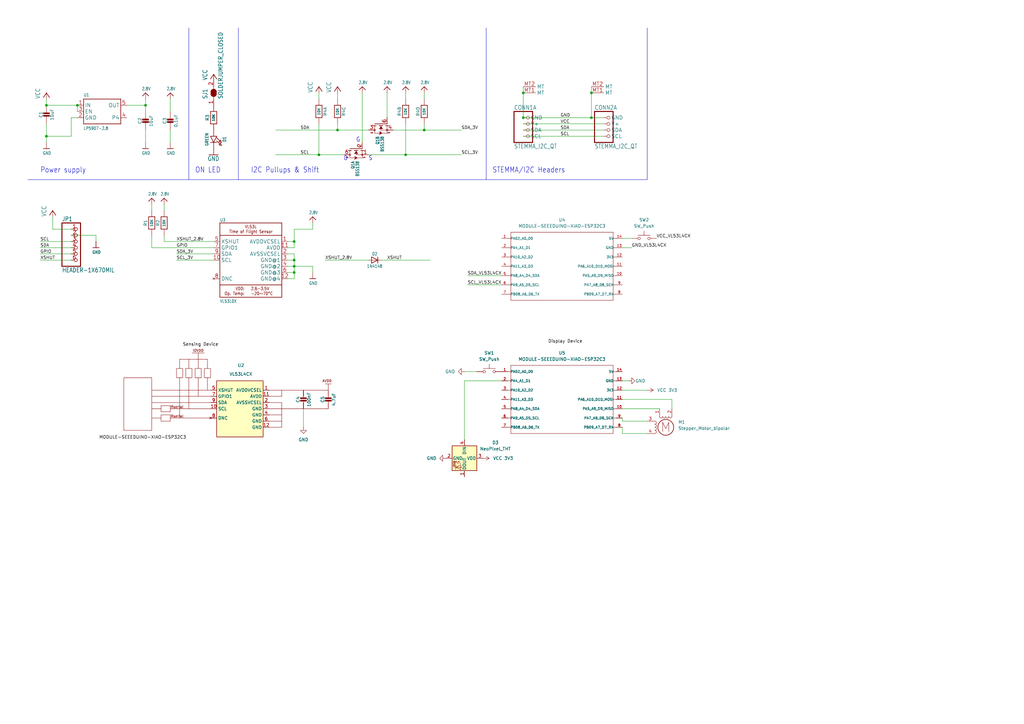
<source format=kicad_sch>
(kicad_sch (version 20250114) (generator "eeschema") (generator_version "9.0")
  (paper "A3")
  (title_block (title "Final Project Schematics") (date "2026-01-26") (comment 1 "Sensing Device") (comment 2 "Display Device") (comment 3 "Veronika Sermeno Pon") (comment 4 "TECHIN 514"))
  (lib_symbols
    (symbol "514_symbols:VL53L4CX"
      (property "Reference" "U" (at -6.35 13.97 0))
      (property "Value" "VL53L4CX" (at 12.065 13.97 0))
      (symbol "VL53L4CX_1_1"
        (text "Rserial" (at -23.876 2.032 0) (effects (font (size 1 1))))
        (text "Rserial" (at -23.876 -1.778 0) (effects (font (size 1 1))))
        (text "IOVDD" (at -15.24 25.146 0) (effects (font (size 1 1))))
        (text "AVDD" (at 37.592 12.7 0) (effects (font (size 1 1))))
        (pin input line (at -10.16 8.89 0) (length 2.54) (name "XSHUT") (number "5"))
        (pin open_collector line (at -10.16 6.35 0) (length 2.54) (name "GPIO1") (number "7"))
        (pin bidirectional line (at -10.16 3.81 0) (length 2.54) (name "SDA") (number "9"))
        (pin input line (at -10.16 1.27 0) (length 2.54) (name "SCL") (number "10"))
        (pin no_connect line (at -10.16 -2.54 0) (length 2.54) (name "DNC") (number "8"))
        (pin power_in line (at 13.97 8.89 180) (length 2.54) (name "AVDDVCSEL") (number "1"))
        (pin power_in line (at 13.97 6.35 180) (length 2.54) (name "AVDD") (number "11"))
        (pin power_in line (at 13.97 3.81 180) (length 2.54) (name "AVSSVCSEL") (number "2"))
        (pin power_in line (at 13.97 1.27 180) (length 2.54) (name "GND") (number "3"))
        (pin passive line (at 13.97 -1.27 180) (length 2.54) (name "GND") (number "4"))
        (pin passive line (at 13.97 -3.81 180) (length 2.54) (name "GND") (number "6"))
        (pin passive line (at 13.97 -6.35 180) (length 2.54) (name "GND") (number "12"))
      )
    )
    (symbol "Adafruit VL53L4CX-eagle-import:2.8V" (power)
      (symbol "2.8V_1_0"
        (pin power_in line (at 0 -2.54 90) (length 2.54) (name "2.8V") (number "1"))
      )
    )
    (symbol "Adafruit VL53L4CX-eagle-import:CAP_CERAMIC0603_NO"
      (property "Reference" "C" (at -2.29 1.25 90))
      (symbol "CAP_CERAMIC0603_NO_1_0"
        (pin passive line (at 0 5.08 270) (length 2.54) (name "1") (number "1"))
        (pin passive line (at 0 -2.54 90) (length 2.54) (name "2") (number "2"))
      )
    )
    (symbol "Adafruit VL53L4CX-eagle-import:CAP_CERAMIC0805-NOOUTLINE"
      (property "Reference" "C" (at -2.29 1.25 90))
      (symbol "CAP_CERAMIC0805-NOOUTLINE_1_0"
        (pin passive line (at 0 5.08 270) (length 2.54) (name "1") (number "1"))
        (pin passive line (at 0 -2.54 90) (length 2.54) (name "2") (number "2"))
      )
    )
    (symbol "Adafruit VL53L4CX-eagle-import:DIODESOD-323"
      (property "Reference" "D" (at 0 2.54 0))
      (symbol "DIODESOD-323_1_0"
        (pin passive line (at -2.54 0 0) (length 2.54) (name "A") (number "A"))
        (pin passive line (at 2.54 0 180) (length 2.54) (name "C") (number "C"))
      )
    )
    (symbol "Adafruit VL53L4CX-eagle-import:GND" (power)
      (symbol "GND_1_0"
        (pin power_in line (at 0 2.54 270) (length 2.54) (name "GND") (number "1"))
      )
    )
    (symbol "Adafruit VL53L4CX-eagle-import:HEADER-1X670MIL"
      (property "Reference" "JP" (at -6.35 10.795 0))
      (symbol "HEADER-1X670MIL_1_0"
        (pin passive inverted (at -2.54 7.62 0) (length 2.54) (name "1") (number "1"))
        (pin passive inverted (at -2.54 5.08 0) (length 2.54) (name "2") (number "2"))
        (pin passive inverted (at -2.54 2.54 0) (length 2.54) (name "3") (number "3"))
        (pin passive inverted (at -2.54 0 0) (length 2.54) (name "4") (number "4"))
        (pin passive inverted (at -2.54 -2.54 0) (length 2.54) (name "5") (number "5"))
        (pin passive inverted (at -2.54 -5.08 0) (length 2.54) (name "6") (number "6"))
      )
    )
    (symbol "Adafruit VL53L4CX-eagle-import:LED0603_NOOUTLINE"
      (property "Reference" "D" (at -1.27 4.445 0))
      (symbol "LED0603_NOOUTLINE_1_0"
        (pin passive line (at -5.08 0 0) (length 2.54) (name "A") (number "A"))
        (pin passive line (at 2.54 0 180) (length 2.54) (name "C") (number "C"))
      )
    )
    (symbol "Adafruit VL53L4CX-eagle-import:MOSFET-N_DUAL"
      (property "Reference" "Q" (at 5.08 0.635 0))
      (symbol "MOSFET-N_DUAL_1_0"
        (text "G" (at -1.27 -1.905 0) (effects (font (size 0.8128 0.6908)) (justify left bottom)))
        (text "D" (at 3.175 3.175 0) (effects (font (size 0.8128 0.6908)) (justify left bottom)))
        (text "S" (at 3.175 -3.81 0) (effects (font (size 0.8128 0.6908)) (justify left bottom)))
        (pin bidirectional line (at -2.54 -2.54 0) (length 2.54) (name "G") (number "2"))
        (pin bidirectional line (at 2.54 5.08 270) (length 2.54) (name "D") (number "6"))
        (pin bidirectional line (at 2.54 -5.08 90) (length 2.54) (name "S") (number "1"))
      )
      (symbol "MOSFET-N_DUAL_2_0"
        (text "G" (at -1.27 -1.905 0) (effects (font (size 0.8128 0.6908)) (justify left bottom)))
        (text "D" (at 3.175 3.175 0) (effects (font (size 0.8128 0.6908)) (justify left bottom)))
        (text "S" (at 3.175 -3.81 0) (effects (font (size 0.8128 0.6908)) (justify left bottom)))
        (pin bidirectional line (at -2.54 -2.54 0) (length 2.54) (name "G") (number "5"))
        (pin bidirectional line (at 2.54 5.08 270) (length 2.54) (name "D") (number "3"))
        (pin bidirectional line (at 2.54 -5.08 90) (length 2.54) (name "S") (number "4"))
      )
    )
    (symbol "Adafruit VL53L4CX-eagle-import:RESISTOR_0603_NOOUT"
      (property "Reference" "R" (at 0 2.54 0))
      (symbol "RESISTOR_0603_NOOUT_1_0"
        (pin passive line (at -5.08 0 0) (length 2.54) (name "1") (number "1"))
        (pin passive line (at 5.08 0 180) (length 2.54) (name "2") (number "2"))
      )
    )
    (symbol "Adafruit VL53L4CX-eagle-import:RESISTOR_4PACK"
      (property "Reference" "R" (at 0 2.54 0))
      (symbol "RESISTOR_4PACK_1_0"
        (pin passive line (at -5.08 0 0) (length 2.54) (name "1") (number "1"))
        (pin passive line (at 5.08 0 180) (length 2.54) (name "2") (number "8"))
      )
      (symbol "RESISTOR_4PACK_2_0"
        (pin passive line (at -5.08 0 0) (length 2.54) (name "1") (number "2"))
        (pin passive line (at 5.08 0 180) (length 2.54) (name "2") (number "7"))
      )
      (symbol "RESISTOR_4PACK_3_0"
        (pin passive line (at -5.08 0 0) (length 2.54) (name "1") (number "3"))
        (pin passive line (at 5.08 0 180) (length 2.54) (name "2") (number "6"))
      )
      (symbol "RESISTOR_4PACK_4_0"
        (pin passive line (at -5.08 0 0) (length 2.54) (name "1") (number "4"))
        (pin passive line (at 5.08 0 180) (length 2.54) (name "2") (number "5"))
      )
    )
    (symbol "Adafruit VL53L4CX-eagle-import:SOLDERJUMPER_CLOSED"
      (property "Reference" "SJ" (at -2.54 2.54 0))
      (symbol "SOLDERJUMPER_CLOSED_1_0"
        (pin passive line (at -5.08 0 0) (length 2.54) (name "1") (number "1"))
        (pin passive line (at 5.08 0 180) (length 2.54) (name "2") (number "2"))
      )
    )
    (symbol "Adafruit VL53L4CX-eagle-import:STEMMA_I2C_QT"
      (symbol "STEMMA_I2C_QT_1_0"
        (pin passive inverted (at 0 5.08 0) (length 2.54) (name "GND") (number "1"))
        (pin passive inverted (at 0 2.54 0) (length 2.54) (name "V+") (number "2"))
        (pin passive inverted (at 0 0 0) (length 2.54) (name "SDA") (number "3"))
        (pin passive inverted (at 0 -2.54 0) (length 2.54) (name "SCL") (number "4"))
      )
      (symbol "STEMMA_I2C_QT_2_0"
        (pin bidirectional line (at 0 0 0) (length 5.08) (name "MT") (number "MT1"))
      )
      (symbol "STEMMA_I2C_QT_3_0"
        (pin bidirectional line (at 0 0 0) (length 5.08) (name "MT") (number "MT2"))
      )
    )
    (symbol "Adafruit VL53L4CX-eagle-import:VCC" (power)
      (symbol "VCC_1_0"
        (pin power_in line (at 0 -2.54 90) (length 2.54) (name "VCC") (number "1"))
      )
    )
    (symbol "Adafruit VL53L4CX-eagle-import:VL53L0X"
      (property "Reference" "U" (at -12.7 15.7226 0))
      (symbol "VL53L0X_1_0"
        (text "VDD:\nOp. Temp:" (at -2.54 -12.7 0) (effects (font (size 1.27 1.0795)) (justify right)))
        (text "VL53L\nTime of Flight Sensor" (at 0 12.7 0) (effects (font (size 1.27 1.0795))))
        (text "2.6-3.5V\n-20~~70°C" (at 0 -12.7 0) (effects (font (size 1.27 1.0795)) (justify left)))
        (pin input line (at -15.24 7.62 0) (length 2.54) (name "XSHUT") (number "5"))
        (pin output line (at -15.24 5.08 0) (length 2.54) (name "GPIO1") (number "7"))
        (pin open_collector line (at -15.24 2.54 0) (length 2.54) (name "SDA") (number "9"))
        (pin open_collector line (at -15.24 0 0) (length 2.54) (name "SCL") (number "10"))
        (pin no_connect line (at -15.24 -7.62 0) (length 2.54) (name "DNC") (number "8"))
        (pin power_in line (at 15.24 7.62 180) (length 2.54) (name "AVDDVCSEL") (number "1"))
        (pin power_in line (at 15.24 5.08 180) (length 2.54) (name "AVDD") (number "11"))
        (pin power_in line (at 15.24 2.54 180) (length 2.54) (name "AVSSVCSEL") (number "2"))
        (pin power_in line (at 15.24 0 180) (length 2.54) (name "GND@1") (number "3"))
        (pin power_in line (at 15.24 -2.54 180) (length 2.54) (name "GND@2") (number "4"))
        (pin power_in line (at 15.24 -5.08 180) (length 2.54) (name "GND@3") (number "6"))
        (pin power_in line (at 15.24 -7.62 180) (length 2.54) (name "GND@4") (number "12"))
      )
    )
    (symbol "Adafruit VL53L4CX-eagle-import:VREG_SOT23-5"
      (property "Reference" "U" (at -7.62 6.096 0))
      (symbol "VREG_SOT23-5_1_0"
        (pin power_in line (at -10.16 2.54 0) (length 2.54) (name "IN") (number "1"))
        (pin input line (at -10.16 0 0) (length 2.54) (name "EN") (number "3"))
        (pin power_in line (at -10.16 -2.54 0) (length 2.54) (name "GND") (number "2"))
        (pin power_in line (at 10.16 2.54 180) (length 2.54) (name "OUT") (number "5"))
        (pin bidirectional line (at 10.16 -2.54 180) (length 2.54) (name "P4") (number "4"))
      )
    )
    (symbol "Adafruit VL53L4CX-eagle-import:supply1_371_GND" (power)
      (symbol "supply1_371_GND_1_0"
        (pin power_in line (at 0 2.54 270) (length 2.54) (name "GND") (number "1"))
      )
    )
    (symbol "LED:NeoPixel_THT" (pin_names (offset 0.254))
      (property "Reference" "D" (at 5.08 5.715 0))
      (property "Value" "NeoPixel_THT" (at 1.27 -5.715 0))
      (symbol "NeoPixel_THT_0_0"
        (text "RGB" (at 2.286 -4.191 0) (effects (font (size 0.762 0.762))))
      )
      (symbol "NeoPixel_THT_1_1"
        (pin input line (at -7.62 0 0) (length 2.54) (name "DIN") (number "4"))
        (pin power_in line (at 0 7.62 270) (length 2.54) (name "VDD") (number "3"))
        (pin power_in line (at 0 -7.62 90) (length 2.54) (name "GND") (number "2"))
        (pin output line (at 7.62 0 180) (length 2.54) (name "DOUT") (number "1"))
      )
    )
    (symbol "MOUDLE-SEEEDUINO-XIAO-ESP32C3:MOUDLE-SEEEDUINO-XIAO-ESP32C3" (pin_names (offset 1.016))
      (property "Reference" "U" (at -21.59 15.24 0))
      (property "Value" "MOUDLE-SEEEDUINO-XIAO-ESP32C3" (at -21.59 13.97 0))
      (symbol "MOUDLE-SEEEDUINO-XIAO-ESP32C3_0_0"
        (pin bidirectional line (at -25.4 11.43 0) (length 2.54) (name "PA02_A0_D0") (number "1"))
        (pin bidirectional line (at -25.4 7.62 0) (length 2.54) (name "PA4_A1_D1") (number "2"))
        (pin bidirectional line (at -25.4 3.81 0) (length 2.54) (name "PA10_A2_D2") (number "3"))
        (pin bidirectional line (at -25.4 0 0) (length 2.54) (name "PA11_A3_D3") (number "4"))
        (pin bidirectional line (at -25.4 -3.81 0) (length 2.54) (name "PA8_A4_D4_SDA") (number "5"))
        (pin bidirectional line (at -25.4 -7.62 0) (length 2.54) (name "PA9_A5_D5_SCL") (number "6"))
        (pin bidirectional line (at -25.4 -11.43 0) (length 2.54) (name "PB08_A6_D6_TX") (number "7"))
        (pin bidirectional line (at 24.13 11.43 180) (length 2.54) (name "5V") (number "14"))
        (pin bidirectional line (at 24.13 7.62 180) (length 2.54) (name "GND") (number "13"))
        (pin bidirectional line (at 24.13 3.81 180) (length 2.54) (name "3V3") (number "12"))
        (pin bidirectional line (at 24.13 0 180) (length 2.54) (name "PA6_A10_D10_MOSI") (number "11"))
        (pin bidirectional line (at 24.13 -3.81 180) (length 2.54) (name "PA5_A9_D9_MISO") (number "10"))
        (pin bidirectional line (at 24.13 -7.62 180) (length 2.54) (name "PA7_A8_D8_SCK") (number "9"))
        (pin bidirectional line (at 24.13 -11.43 180) (length 2.54) (name "PB09_A7_D7_RX") (number "8"))
      )
    )
    (symbol "Motor:Stepper_Motor_bipolar" (pin_names (offset 0) (hide yes))
      (property "Reference" "M" (at 3.81 2.54 0))
      (property "Value" "Stepper_Motor_bipolar" (at 3.81 1.27 0))
      (symbol "Stepper_Motor_bipolar_1_1"
        (pin passive line (at -7.62 2.54 0) (length 2.54) (name "~") (number "3"))
        (pin passive line (at -7.62 -2.54 0) (length 2.54) (name "~") (number "4"))
        (pin passive line (at -2.54 7.62 270) (length 2.54) (name "~") (number "1"))
        (pin passive line (at 2.54 7.62 270) (length 2.54) (name "-") (number "2"))
      )
    )
    (symbol "Switch:SW_Push" (pin_numbers (hide yes)) (pin_names (offset 1.016) (hide yes))
      (property "Reference" "SW" (at 1.27 2.54 0))
      (property "Value" "SW_Push" (at 0 -1.524 0))
      (symbol "SW_Push_0_1"
        (pin passive line (at -5.08 0 0) (length 2.54) (name "1") (number "1"))
        (pin passive line (at 5.08 0 180) (length 2.54) (name "2") (number "2"))
      )
    )
    (symbol "power:GND" (power) (pin_numbers (hide yes)) (pin_names (offset 0) (hide yes))
      (property "Value" "GND" (at 0 -3.81 0))
      (symbol "GND_1_1"
        (pin power_in line (at 0 0 270) (length 0) (name "~") (number "1"))
      )
    )
    (symbol "power:LINE" (power) (pin_numbers (hide yes)) (pin_names (offset 0) (hide yes))
      (property "Value" "LINE" (at 0 3.556 0))
      (symbol "LINE_1_1"
        (pin power_in line (at 0 0 90) (length 0) (name "~") (number "1"))
      )
    )
  )
  (text "S" (at 151.13 66.04 0) (effects (font (size 1.778 1.5113)) (justify left bottom)))
  (text "STEMMA/I2C Headers" (at 201.93 71.12 0) (effects (font (size 2.1844 1.8567)) (justify left bottom)))
  (text "G" (at 146.05 58.42 0) (effects (font (size 1.778 1.5113)) (justify left bottom)))
  (text "ON LED" (at 80.01 71.12 0) (effects (font (size 2.1844 1.8567)) (justify left bottom)))
  (text "I2C Pullups & Shift" (at 102.87 71.12 0) (effects (font (size 2.1844 1.8567)) (justify left bottom)))
  (text "Power supply" (at 16.51 71.12 0) (effects (font (size 2.1844 1.8567)) (justify left bottom)))
  (text "D" (at 140.97 66.04 0) (effects (font (size 1.778 1.5113)) (justify left bottom)))
  (junction (at 31.75 43.18))
  (junction (at 19.05 43.18))
  (junction (at 242.57 48.26))
  (junction (at 120.65 99.06))
  (junction (at 59.69 43.18))
  (junction (at 120.65 111.76))
  (junction (at 130.81 63.5))
  (junction (at 120.65 109.22))
  (junction (at 19.05 55.88))
  (junction (at 138.43 53.34))
  (junction (at 214.63 48.26))
  (junction (at 166.37 63.5))
  (junction (at 242.57 38.1))
  (junction (at 120.65 106.68))
  (junction (at 214.63 38.1))
  (junction (at 173.99 53.34))
  (wire (pts (xy 120.65 104.14) (xy 120.65 106.68)) (stroke (width 0.1524)))
  (wire (pts (xy 255.27 101.6) (xy 259.08 101.6)))
  (wire (pts (xy 191.77 116.84) (xy 205.74 116.84)))
  (wire (pts (xy 130.81 63.5) (xy 113.03 63.5)) (stroke (width 0.1524)))
  (wire (pts (xy 255.27 167.64) (xy 270.51 167.64)))
  (wire (pts (xy 190.5 180.34) (xy 190.5 156.21)))
  (polyline (pts (xy 265.43 11.43) (xy 265.43 73.66)) (stroke (width 0.1524) (type solid)))
  (wire (pts (xy 128.27 93.98) (xy 128.27 91.44)) (stroke (width 0.1524)))
  (wire (pts (xy 118.11 114.3) (xy 120.65 114.3)) (stroke (width 0.1524)))
  (wire (pts (xy 173.99 50.8) (xy 173.99 53.34)) (stroke (width 0.1524)))
  (wire (pts (xy 31.75 43.18) (xy 19.05 43.18)) (stroke (width 0.1524)))
  (wire (pts (xy 120.65 114.3) (xy 120.65 111.76)) (stroke (width 0.1524)))
  (wire (pts (xy 176.53 106.68) (xy 156.21 106.68)) (stroke (width 0.1524)))
  (wire (pts (xy 124.46 167.64) (xy 124.46 175.26)))
  (wire (pts (xy 173.99 53.34) (xy 189.23 53.34)) (stroke (width 0.1524)))
  (wire (pts (xy 255.27 172.72) (xy 255.27 171.45)))
  (wire (pts (xy 255.27 156.21) (xy 257.81 156.21)))
  (wire (pts (xy 247.65 48.26) (xy 242.57 48.26)) (stroke (width 0.1524)))
  (wire (pts (xy 265.43 172.72) (xy 255.27 172.72)))
  (wire (pts (xy 87.63 104.14) (xy 72.39 104.14)) (stroke (width 0.1524)))
  (wire (pts (xy 151.13 63.5) (xy 166.37 63.5)) (stroke (width 0.1524)))
  (wire (pts (xy 140.97 63.5) (xy 130.81 63.5)) (stroke (width 0.1524)))
  (wire (pts (xy 118.11 104.14) (xy 120.65 104.14)) (stroke (width 0.1524)))
  (wire (pts (xy 19.05 55.88) (xy 19.05 50.8)) (stroke (width 0.1524)))
  (wire (pts (xy 62.23 101.6) (xy 62.23 96.52)) (stroke (width 0.1524)))
  (wire (pts (xy 52.07 43.18) (xy 59.69 43.18)) (stroke (width 0.1524)))
  (wire (pts (xy 29.21 104.14) (xy 16.51 104.14)) (stroke (width 0.1524)))
  (wire (pts (xy 265.43 177.8) (xy 255.27 177.8)))
  (wire (pts (xy 120.65 109.22) (xy 128.27 109.22)) (stroke (width 0.1524)))
  (wire (pts (xy 190.5 152.4) (xy 195.58 152.4)))
  (wire (pts (xy 138.43 53.34) (xy 113.03 53.34)) (stroke (width 0.1524)))
  (wire (pts (xy 214.63 35.56) (xy 214.63 38.1)) (stroke (width 0.1524)))
  (wire (pts (xy 138.43 50.8) (xy 138.43 53.34)) (stroke (width 0.1524)))
  (wire (pts (xy 87.63 106.68) (xy 72.39 106.68)) (stroke (width 0.1524)))
  (wire (pts (xy 166.37 50.8) (xy 166.37 63.5)) (stroke (width 0.1524)))
  (wire (pts (xy 214.63 55.88) (xy 247.65 55.88)) (stroke (width 0.1524)))
  (wire (pts (xy 242.57 48.26) (xy 214.63 48.26)) (stroke (width 0.1524)))
  (polyline (pts (xy 77.47 11.43) (xy 77.47 73.66)) (stroke (width 0.1524) (type solid)))
  (wire (pts (xy 29.21 96.52) (xy 39.37 96.52)) (stroke (width 0.1524)))
  (wire (pts (xy 31.75 48.26) (xy 29.21 48.26)) (stroke (width 0.1524)))
  (wire (pts (xy 247.65 53.34) (xy 214.63 53.34)) (stroke (width 0.1524)))
  (wire (pts (xy 151.13 53.34) (xy 138.43 53.34)) (stroke (width 0.1524)))
  (wire (pts (xy 151.13 106.68) (xy 133.35 106.68)) (stroke (width 0.1524)))
  (wire (pts (xy 120.65 93.98) (xy 128.27 93.98)) (stroke (width 0.1524)))
  (wire (pts (xy 69.85 53.34) (xy 69.85 58.42)) (stroke (width 0.1524)))
  (wire (pts (xy 29.21 106.68) (xy 16.51 106.68)) (stroke (width 0.1524)))
  (wire (pts (xy 29.21 55.88) (xy 19.05 55.88)) (stroke (width 0.1524)))
  (wire (pts (xy 118.11 99.06) (xy 120.65 99.06)) (stroke (width 0.1524)))
  (wire (pts (xy 69.85 40.64) (xy 69.85 45.72)) (stroke (width 0.1524)))
  (wire (pts (xy 19.05 55.88) (xy 19.05 58.42)) (stroke (width 0.1524)))
  (wire (pts (xy 190.5 156.21) (xy 205.74 156.21)))
  (wire (pts (xy 29.21 93.98) (xy 21.59 93.98)) (stroke (width 0.1524)))
  (wire (pts (xy 166.37 40.64) (xy 166.37 38.1)) (stroke (width 0.1524)))
  (wire (pts (xy 39.37 96.52) (xy 39.37 99.06)) (stroke (width 0.1524)))
  (wire (pts (xy 87.63 101.6) (xy 62.23 101.6)) (stroke (width 0.1524)))
  (wire (pts (xy 173.99 40.64) (xy 173.99 38.1)) (stroke (width 0.1524)))
  (wire (pts (xy 148.59 58.42) (xy 148.59 38.1)) (stroke (width 0.1524)))
  (wire (pts (xy 67.31 86.36) (xy 67.31 83.82)) (stroke (width 0.1524)))
  (wire (pts (xy 67.31 99.06) (xy 67.31 96.52)) (stroke (width 0.1524)))
  (wire (pts (xy 59.69 53.34) (xy 59.69 58.42)) (stroke (width 0.1524)))
  (wire (pts (xy 255.27 177.8) (xy 255.27 175.26)))
  (wire (pts (xy 59.69 43.18) (xy 59.69 40.64)) (stroke (width 0.1524)))
  (wire (pts (xy 130.81 38.1) (xy 130.81 40.64)) (stroke (width 0.1524)))
  (polyline (pts (xy 97.79 73.66) (xy 199.39 73.66)) (stroke (width 0.1524) (type solid)))
  (wire (pts (xy 242.57 38.1) (xy 242.57 48.26)) (stroke (width 0.1524)))
  (wire (pts (xy 59.69 43.18) (xy 59.69 45.72)) (stroke (width 0.1524)))
  (wire (pts (xy 120.65 111.76) (xy 120.65 109.22)) (stroke (width 0.1524)))
  (wire (pts (xy 158.75 48.26) (xy 158.75 38.1)) (stroke (width 0.1524)))
  (wire (pts (xy 275.59 163.83) (xy 255.27 163.83)))
  (wire (pts (xy 214.63 38.1) (xy 214.63 48.26)) (stroke (width 0.1524)))
  (polyline (pts (xy 199.39 73.66) (xy 265.43 73.66)) (stroke (width 0.1524) (type solid)))
  (wire (pts (xy 166.37 63.5) (xy 189.23 63.5)) (stroke (width 0.1524)))
  (wire (pts (xy 161.29 53.34) (xy 173.99 53.34)) (stroke (width 0.1524)))
  (polyline (pts (xy 11.43 73.66) (xy 77.47 73.66)) (stroke (width 0.1524) (type solid)))
  (wire (pts (xy 255.27 97.79) (xy 259.08 97.79)))
  (polyline (pts (xy 97.79 11.43) (xy 97.79 73.66)) (stroke (width 0.1524) (type solid)))
  (wire (pts (xy 214.63 50.8) (xy 247.65 50.8)) (stroke (width 0.1524)))
  (wire (pts (xy 118.11 106.68) (xy 120.65 106.68)) (stroke (width 0.1524)))
  (wire (pts (xy 21.59 93.98) (xy 21.59 88.9)) (stroke (width 0.1524)))
  (wire (pts (xy 138.43 40.64) (xy 138.43 38.1)) (stroke (width 0.1524)))
  (wire (pts (xy 242.57 35.56) (xy 242.57 38.1)) (stroke (width 0.1524)))
  (wire (pts (xy 62.23 86.36) (xy 62.23 83.82)) (stroke (width 0.1524)))
  (wire (pts (xy 19.05 40.64) (xy 19.05 43.18)) (stroke (width 0.1524)))
  (polyline (pts (xy 77.47 73.66) (xy 97.79 73.66)) (stroke (width 0.1524) (type solid)))
  (wire (pts (xy 118.11 111.76) (xy 120.65 111.76)) (stroke (width 0.1524)))
  (wire (pts (xy 118.11 109.22) (xy 120.65 109.22)) (stroke (width 0.1524)))
  (wire (pts (xy 191.77 113.03) (xy 205.74 113.03)))
  (wire (pts (xy 31.75 45.72) (xy 31.75 43.18)) (stroke (width 0.1524)))
  (wire (pts (xy 118.11 101.6) (xy 120.65 101.6)) (stroke (width 0.1524)))
  (polyline (pts (xy 199.39 11.43) (xy 199.39 73.66)) (stroke (width 0.1524) (type solid)))
  (wire (pts (xy 29.21 101.6) (xy 16.51 101.6)) (stroke (width 0.1524)))
  (wire (pts (xy 120.65 101.6) (xy 120.65 99.06)) (stroke (width 0.1524)))
  (wire (pts (xy 87.63 99.06) (xy 67.31 99.06)) (stroke (width 0.1524)))
  (wire (pts (xy 130.81 50.8) (xy 130.81 63.5)) (stroke (width 0.1524)))
  (wire (pts (xy 275.59 167.64) (xy 275.59 163.83)))
  (wire (pts (xy 29.21 48.26) (xy 29.21 55.88)) (stroke (width 0.1524)))
  (wire (pts (xy 128.27 109.22) (xy 128.27 111.76)) (stroke (width 0.1524)))
  (wire (pts (xy 120.65 106.68) (xy 120.65 109.22)) (stroke (width 0.1524)))
  (wire (pts (xy 120.65 99.06) (xy 120.65 93.98)) (stroke (width 0.1524)))
  (wire (pts (xy 29.21 99.06) (xy 16.51 99.06)) (stroke (width 0.1524)))
  (wire (pts (xy 255.27 160.02) (xy 265.43 160.02)))
  (label "GPIO" (at 16.51 104.14 0) (effects (font (size 1.2446 1.2446))))
  (label "XSHUT" (at 16.51 106.68 0) (effects (font (size 1.2446 1.2446))))
  (label "XSHUT_2.8V" (at 72.39 99.06 0) (effects (font (size 1.2446 1.2446))))
  (label "SDA" (at 123.19 53.34 0) (effects (font (size 1.2446 1.2446))))
  (label "SDA_3V" (at 72.39 104.14 0) (effects (font (size 1.2446 1.2446))))
  (label "SDA_3V" (at 189.23 53.34 0) (effects (font (size 1.2446 1.2446))))
  (label "SCL" (at 16.51 99.06 0) (effects (font (size 1.2446 1.2446))))
  (label "SDA" (at 16.51 101.6 0) (effects (font (size 1.2446 1.2446))))
  (label "GND" (at 229.87 48.26 0) (effects (font (size 1.2446 1.2446))))
  (label "VCC_VL53L4CX" (at 269.24 97.79 0))
  (label "XSHUT_2.8V" (at 133.35 106.68 0) (effects (font (size 1.2446 1.2446))))
  (label "SCL_3V" (at 72.39 106.68 0) (effects (font (size 1.2446 1.2446))))
  (label "SCL" (at 229.87 55.88 0) (effects (font (size 1.2446 1.2446))))
  (label "SCL" (at 123.19 63.5 0) (effects (font (size 1.2446 1.2446))))
  (label "SDA_VL53L4CX" (at 191.77 113.03 0))
  (label "GND_VL53L4CX" (at 259.08 101.6 0))
  (label "MODULE-SEEEDUINO-XIAO-ESP32C3" (at 40.64 180.34 0))
  (label "SDA" (at 229.87 53.34 0) (effects (font (size 1.2446 1.2446))))
  (label "GPIO" (at 72.39 101.6 0) (effects (font (size 1.2446 1.2446))))
  (label "SCL_3V" (at 189.23 63.5 0) (effects (font (size 1.2446 1.2446))))
  (label "SCL_VL53L4CX" (at 191.77 116.84 0))
  (label "Display Device" (at 224.79 140.97 0))
  (label "Sensing Device" (at 74.93 142.24 0))
  (label "VCC" (at 229.87 50.8 0) (effects (font (size 1.2446 1.2446))))
  (label "XSHUT" (at 158.75 106.68 0) (effects (font (size 1.2446 1.2446))))
  (symbol (lib_id "Adafruit VL53L4CX-eagle-import:2.8V") (at 59.69 38.1 0) (unit 1)
    (property "Reference" "#U$03" (effects (hide yes)))
    (property "Value" "2.8V" (at 58.166 37.084 0) (effects (font (size 1.27 1.0795)) (justify left bottom)))
  )
  (symbol (lib_id "Adafruit VL53L4CX-eagle-import:RESISTOR_4PACK") (at 166.37 45.72 90) (mirror x) (unit 2)
    (property "Reference" "R4" (at 163.83 45.72 0))
    (property "Value" "10K" (at 166.37 45.72 0) (effects (font (size 1.016 1.016) (thickness 0.2032) (bold yes))))
    (property "Footprint" "Adafruit VL53L4CX:RESPACK_4X0603" (effects (hide yes)))
  )
  (symbol (lib_id "Adafruit VL53L4CX-eagle-import:STEMMA_I2C_QT") (at 247.65 53.34 0) (unit 1)
    (property "Reference" "CONN2" (at 243.84 45.085 0) (effects (font (size 1.778 1.5113)) (justify left bottom)))
    (property "Value" "STEMMA_I2C_QT" (at 243.84 60.96 0) (effects (font (size 1.778 1.5113)) (justify left bottom)))
    (property "Footprint" "Adafruit VL53L4CX:JST_SH4" (effects (hide yes)))
  )
  (symbol (lib_id "Adafruit VL53L4CX-eagle-import:SOLDERJUMPER_CLOSED") (at 87.63 38.1 90) (unit 1)
    (property "Reference" "SJ1" (at 85.09 40.64 0) (effects (font (size 1.778 1.5113)) (justify left bottom)))
    (property "Value" "SOLDERJUMPER_CLOSED" (at 91.44 40.64 0) (effects (font (size 1.778 1.5113)) (justify left bottom)))
    (property "Footprint" "Adafruit VL53L4CX:SOLDERJUMPER_CLOSEDWIRE" (effects (hide yes)))
  )
  (symbol (lib_id "power:GND") (at 190.5 152.4 270) (unit 1)
    (property "Reference" "#PWR03" (effects (hide yes)))
    (property "Value" "GND" (at 186.69 152.3999 90) (effects (justify right)))
    (property "Description" "Power symbol creates a global label with name \"GND\" , ground" (effects (hide yes)))
  )
  (symbol (lib_id "Adafruit VL53L4CX-eagle-import:CAP_CERAMIC0805-NOOUTLINE") (at 19.05 48.26 0) (unit 1)
    (property "Reference" "C1" (at 16.76 47.01 90))
    (property "Value" "10uF" (at 21.35 47.01 90))
    (property "Footprint" "Adafruit VL53L4CX:0805-NO" (effects (hide yes)))
  )
  (symbol (lib_id "Adafruit VL53L4CX-eagle-import:CAP_CERAMIC0805-NOOUTLINE") (at 59.69 50.8 0) (unit 1)
    (property "Reference" "C2" (at 57.4 49.55 90))
    (property "Value" "10uF" (at 61.99 49.55 90))
    (property "Footprint" "Adafruit VL53L4CX:0805-NO" (effects (hide yes)))
  )
  (symbol (lib_id "Adafruit VL53L4CX-eagle-import:supply1_371_GND") (at 87.63 63.5 0) (unit 1)
    (property "Reference" "#GND01" (effects (hide yes)))
    (property "Value" "GND" (at 85.09 66.04 0) (effects (font (size 1.778 1.5113)) (justify left bottom)))
  )
  (symbol (lib_id "Adafruit VL53L4CX-eagle-import:STEMMA_I2C_QT") (at 214.63 53.34 0) (unit 1)
    (property "Reference" "CONN1" (at 210.82 45.085 0) (effects (font (size 1.778 1.5113)) (justify left bottom)))
    (property "Value" "STEMMA_I2C_QT" (at 210.82 60.96 0) (effects (font (size 1.778 1.5113)) (justify left bottom)))
    (property "Footprint" "Adafruit VL53L4CX:JST_SH4" (effects (hide yes)))
  )
  (symbol (lib_id "Adafruit VL53L4CX-eagle-import:STEMMA_I2C_QT") (at 214.63 35.56 0) (unit 3)
    (property "Reference" "CONN1" (effects (hide yes)))
    (property "Value" "STEMMA_I2C_QT" (effects (hide yes)))
    (property "Footprint" "Adafruit VL53L4CX:JST_SH4" (effects (hide yes)))
  )
  (symbol (lib_id "Adafruit VL53L4CX-eagle-import:VCC") (at 138.43 35.56 0) (unit 1)
    (property "Reference" "#P+05" (effects (hide yes)))
    (property "Value" "VCC" (at 135.89 38.1 90) (effects (font (size 1.778 1.5113)) (justify left bottom)))
  )
  (symbol (lib_id "Adafruit VL53L4CX-eagle-import:2.8V") (at 128.27 88.9 0) (unit 1)
    (property "Reference" "#U$09" (effects (hide yes)))
    (property "Value" "2.8V" (at 126.746 87.884 0) (effects (font (size 1.27 1.0795)) (justify left bottom)))
  )
  (symbol (lib_id "Adafruit VL53L4CX-eagle-import:2.8V") (at 158.75 35.56 0) (unit 1)
    (property "Reference" "#U$012" (effects (hide yes)))
    (property "Value" "2.8V" (at 157.226 34.544 0) (effects (font (size 1.27 1.0795)) (justify left bottom)))
  )
  (symbol (lib_id "Adafruit VL53L4CX-eagle-import:DIODESOD-323") (at 153.67 106.68 0) (unit 1)
    (property "Reference" "D2" (at 153.67 104.14 0) (effects (font (size 1.27 1.0795))))
    (property "Value" "1N4148" (at 153.67 109.18 0) (effects (font (size 1.27 1.0795))))
    (property "Footprint" "Adafruit VL53L4CX:SOD-323" (effects (hide yes)))
  )
  (symbol (lib_id "MOUDLE-SEEEDUINO-XIAO-ESP32C3:MOUDLE-SEEEDUINO-XIAO-ESP32C3") (at 231.14 109.22 0) (unit 1)
    (property "Reference" "U4" (at 230.505 90.17 0))
    (property "Value" "MODULE-SEEEDUINO-XIAO-ESP32C3" (at 230.505 92.71 0))
    (property "Footprint" "MOUDLE14P-SMD-2.54-21X17.8MM" (effects (hide yes)))
  )
  (symbol (lib_id "Adafruit VL53L4CX-eagle-import:2.8V") (at 69.85 38.1 0) (unit 1)
    (property "Reference" "#U$07" (effects (hide yes)))
    (property "Value" "2.8V" (at 68.326 37.084 0) (effects (font (size 1.27 1.0795)) (justify left bottom)))
  )
  (symbol (lib_id "Adafruit VL53L4CX-eagle-import:2.8V") (at 67.31 81.28 0) (unit 1)
    (property "Reference" "#U$06" (effects (hide yes)))
    (property "Value" "2.8V" (at 65.786 80.264 0) (effects (font (size 1.27 1.0795)) (justify left bottom)))
  )
  (symbol (lib_id "Adafruit VL53L4CX-eagle-import:VCC") (at 19.05 38.1 0) (unit 1)
    (property "Reference" "#P+01" (effects (hide yes)))
    (property "Value" "VCC" (at 16.51 40.64 90) (effects (font (size 1.778 1.5113)) (justify left bottom)))
  )
  (symbol (lib_id "Adafruit VL53L4CX-eagle-import:VREG_SOT23-5") (at 41.91 45.72 0) (unit 1)
    (property "Reference" "U1" (at 34.29 39.624 0) (effects (font (size 1.27 1.0795)) (justify left bottom)))
    (property "Value" "LP5907-2.8" (at 34.29 53.34 0) (effects (font (size 1.27 1.0795)) (justify left bottom)))
    (property "Footprint" "Adafruit VL53L4CX:SOT23-5" (effects (hide yes)))
  )
  (symbol (lib_id "power:LINE") (at 198.12 187.96 270) (unit 1)
    (property "Reference" "#PWR04" (effects (hide yes)))
    (property "Value" "VCC 3V3" (at 202.184 187.96 90) (effects (justify left)))
    (property "Description" "Power symbol creates a global label with name \"LINE\"" (effects (hide yes)))
  )
  (symbol (lib_id "Adafruit VL53L4CX-eagle-import:GND") (at 59.69 60.96 0) (unit 1)
    (property "Reference" "#U$04" (effects (hide yes)))
    (property "Value" "GND" (at 58.166 63.5 0) (effects (font (size 1.27 1.0795)) (justify left bottom)))
  )
  (symbol (lib_id "Adafruit VL53L4CX-eagle-import:2.8V") (at 148.59 35.56 0) (unit 1)
    (property "Reference" "#U$011" (effects (hide yes)))
    (property "Value" "2.8V" (at 147.066 34.544 0) (effects (font (size 1.27 1.0795)) (justify left bottom)))
  )
  (symbol (lib_id "Adafruit VL53L4CX-eagle-import:LED0603_NOOUTLINE") (at 87.63 58.42 270) (unit 1)
    (property "Reference" "D1" (at 92.075 57.15 0) (effects (font (size 1.27 1.0795))))
    (property "Value" "GREEN" (at 84.836 57.15 0) (effects (font (size 1.27 1.0795))))
    (property "Footprint" "Adafruit VL53L4CX:CHIPLED_0603_NOOUTLINE" (effects (hide yes)))
  )
  (symbol (lib_id "Switch:SW_Push") (at 200.66 152.4 0) (unit 1)
    (property "Reference" "SW1" (at 200.66 144.78 0))
    (property "Value" "SW_Push" (at 200.66 147.32 0))
    (property "Description" "Push button switch, generic, two pins" (effects (hide yes)))
  )
  (symbol (lib_id "Adafruit VL53L4CX-eagle-import:MOSFET-N_DUAL") (at 146.05 60.96 90) (mirror x) (unit 1)
    (property "Reference" "Q1" (at 145.415 66.04 0) (effects (font (size 1.27 1.0795)) (justify left bottom)))
    (property "Value" "BSS138" (at 147.32 66.04 0) (effects (font (size 1.27 1.0795)) (justify left bottom)))
    (property "Footprint" "Adafruit VL53L4CX:SOT363" (effects (hide yes)))
  )
  (symbol (lib_id "Adafruit VL53L4CX-eagle-import:2.8V") (at 173.99 35.56 0) (unit 1)
    (property "Reference" "#U$014" (effects (hide yes)))
    (property "Value" "2.8V" (at 172.466 34.544 0) (effects (font (size 1.27 1.0795)) (justify left bottom)))
  )
  (symbol (lib_id "Adafruit VL53L4CX-eagle-import:2.8V") (at 166.37 35.56 0) (unit 1)
    (property "Reference" "#U$013" (effects (hide yes)))
    (property "Value" "2.8V" (at 164.846 34.544 0) (effects (font (size 1.27 1.0795)) (justify left bottom)))
  )
  (symbol (lib_id "Adafruit VL53L4CX-eagle-import:CAP_CERAMIC0805-NOOUTLINE") (at 134.62 165.1 0) (unit 1)
    (property "Reference" "C5" (at 132.33 163.85 90))
    (property "Value" "4.7uF" (at 136.92 163.85 90))
    (property "Footprint" "Adafruit VL53L4CX:0805-NO" (effects (hide yes)))
  )
  (symbol (lib_id "power:GND") (at 257.81 156.21 90) (unit 1)
    (property "Reference" "#PWR05" (effects (hide yes)))
    (property "Value" "GND" (at 260.604 156.21 90) (effects (justify right)))
    (property "Description" "Power symbol creates a global label with name \"GND\" , ground" (effects (hide yes)))
  )
  (symbol (lib_id "Adafruit VL53L4CX-eagle-import:MOSFET-N_DUAL") (at 156.21 50.8 90) (mirror x) (unit 2)
    (property "Reference" "Q1" (at 155.575 55.88 0) (effects (font (size 1.27 1.0795)) (justify left bottom)))
    (property "Value" "BSS138" (at 157.48 55.88 0) (effects (font (size 1.27 1.0795)) (justify left bottom)))
    (property "Footprint" "Adafruit VL53L4CX:SOT363" (effects (hide yes)))
  )
  (symbol (lib_id "Adafruit VL53L4CX-eagle-import:CAP_CERAMIC0603_NO") (at 69.85 50.8 0) (unit 1)
    (property "Reference" "C3" (at 67.56 49.55 90))
    (property "Value" "0.1uF" (at 72.15 49.55 90))
    (property "Footprint" "Adafruit VL53L4CX:0603-NO" (effects (hide yes)))
  )
  (symbol (lib_id "power:GND") (at 124.46 175.26 0) (unit 1)
    (property "Reference" "#PWR01" (effects (hide yes)))
    (property "Value" "GND" (at 124.46 180.34 0))
    (property "Description" "Power symbol creates a global label with name \"GND\" , ground" (effects (hide yes)))
  )
  (symbol (lib_id "Adafruit VL53L4CX-eagle-import:RESISTOR_0603_NOOUT") (at 62.23 91.44 90) (unit 1)
    (property "Reference" "R1" (at 59.69 91.44 0))
    (property "Value" "10K" (at 62.23 91.44 0) (effects (font (size 1.016 1.016) (thickness 0.2032) (bold yes))))
    (property "Footprint" "Adafruit VL53L4CX:0603-NO" (effects (hide yes)))
  )
  (symbol (lib_id "Adafruit VL53L4CX-eagle-import:VCC") (at 130.81 35.56 0) (unit 1)
    (property "Reference" "#P+04" (effects (hide yes)))
    (property "Value" "VCC" (at 128.27 38.1 90) (effects (font (size 1.778 1.5113)) (justify left bottom)))
  )
  (symbol (lib_id "Adafruit VL53L4CX-eagle-import:GND") (at 69.85 60.96 0) (unit 1)
    (property "Reference" "#U$08" (effects (hide yes)))
    (property "Value" "GND" (at 68.326 63.5 0) (effects (font (size 1.27 1.0795)) (justify left bottom)))
  )
  (symbol (lib_id "Adafruit VL53L4CX-eagle-import:STEMMA_I2C_QT") (at 214.63 38.1 0) (unit 2)
    (property "Reference" "CONN1" (effects (hide yes)))
    (property "Value" "STEMMA_I2C_QT" (effects (hide yes)))
    (property "Footprint" "Adafruit VL53L4CX:JST_SH4" (effects (hide yes)))
  )
  (symbol (lib_id "Adafruit VL53L4CX-eagle-import:VCC") (at 87.63 30.48 0) (unit 1)
    (property "Reference" "#P+03" (effects (hide yes)))
    (property "Value" "VCC" (at 85.09 33.02 90) (effects (font (size 1.778 1.5113)) (justify left bottom)))
  )
  (symbol (lib_id "Adafruit VL53L4CX-eagle-import:CAP_CERAMIC0805-NOOUTLINE") (at 124.46 165.1 0) (unit 1)
    (property "Reference" "C4" (at 122.17 163.85 90))
    (property "Value" "100nF" (at 126.76 163.85 90))
    (property "Footprint" "Adafruit VL53L4CX:0805-NO" (effects (hide yes)))
  )
  (symbol (lib_id "Adafruit VL53L4CX-eagle-import:RESISTOR_4PACK") (at 173.99 45.72 90) (mirror x) (unit 4)
    (property "Reference" "R4" (at 171.45 45.72 0))
    (property "Value" "10K" (at 173.99 45.72 0) (effects (font (size 1.016 1.016) (thickness 0.2032) (bold yes))))
    (property "Footprint" "Adafruit VL53L4CX:RESPACK_4X0603" (effects (hide yes)))
  )
  (symbol (lib_id "Adafruit VL53L4CX-eagle-import:VCC") (at 21.59 86.36 0) (unit 1)
    (property "Reference" "#P+02" (effects (hide yes)))
    (property "Value" "VCC" (at 19.05 88.9 90) (effects (font (size 1.778 1.5113)) (justify left bottom)))
  )
  (symbol (lib_id "Motor:Stepper_Motor_bipolar") (at 273.05 175.26 0) (unit 1)
    (property "Reference" "M1" (at 278.13 173.139 0) (effects (justify left)))
    (property "Value" "Stepper_Motor_bipolar" (at 278.13 175.679 0) (effects (justify left)))
    (property "Datasheet" "http://www.infineon.com/dgdl/Application-Note-TLE8110EE_driving_UniPolarStepperMotor_V1.1.pdf?fileId=db3a30431be39b97011be5d0aa0a00b0" (effects (hide yes)))
    (property "Description" "4-wire bipolar stepper motor" (effects (hide yes)))
  )
  (symbol (lib_id "power:GND") (at 182.88 187.96 270) (unit 1)
    (property "Reference" "#PWR02" (effects (hide yes)))
    (property "Value" "GND" (at 179.07 187.9599 90) (effects (justify right)))
    (property "Description" "Power symbol creates a global label with name \"GND\" , ground" (effects (hide yes)))
  )
  (symbol (lib_id "Adafruit VL53L4CX-eagle-import:STEMMA_I2C_QT") (at 242.57 38.1 0) (unit 2)
    (property "Reference" "CONN2" (effects (hide yes)))
    (property "Value" "STEMMA_I2C_QT" (effects (hide yes)))
    (property "Footprint" "Adafruit VL53L4CX:JST_SH4" (effects (hide yes)))
  )
  (symbol (lib_id "Adafruit VL53L4CX-eagle-import:GND") (at 39.37 101.6 0) (unit 1)
    (property "Reference" "#U$02" (effects (hide yes)))
    (property "Value" "GND" (at 37.846 104.14 0) (effects (font (size 1.27 1.0795)) (justify left bottom)))
  )
  (symbol (lib_id "Adafruit VL53L4CX-eagle-import:RESISTOR_0603_NOOUT") (at 87.63 48.26 90) (unit 1)
    (property "Reference" "R3" (at 85.09 48.26 0))
    (property "Value" "10K" (at 87.63 48.26 0) (effects (font (size 1.016 1.016) (thickness 0.2032) (bold yes))))
    (property "Footprint" "Adafruit VL53L4CX:0603-NO" (effects (hide yes)))
  )
  (symbol (lib_id "Adafruit VL53L4CX-eagle-import:HEADER-1X670MIL") (at 31.75 101.6 0) (unit 1)
    (property "Reference" "JP1" (at 25.4 90.805 0) (effects (font (size 1.778 1.5113)) (justify left bottom)))
    (property "Value" "HEADER-1X670MIL" (at 25.4 111.76 0) (effects (font (size 1.778 1.5113)) (justify left bottom)))
    (property "Footprint" "Adafruit VL53L4CX:1X06_ROUND_70" (effects (hide yes)))
  )
  (symbol (lib_id "Adafruit VL53L4CX-eagle-import:2.8V") (at 62.23 81.28 0) (unit 1)
    (property "Reference" "#U$05" (effects (hide yes)))
    (property "Value" "2.8V" (at 60.706 80.264 0) (effects (font (size 1.27 1.0795)) (justify left bottom)))
  )
  (symbol (lib_id "Adafruit VL53L4CX-eagle-import:RESISTOR_4PACK") (at 138.43 45.72 270) (unit 3)
    (property "Reference" "R4" (at 140.97 45.72 0))
    (property "Value" "10K" (at 138.43 45.72 0) (effects (font (size 1.016 1.016) (thickness 0.2032) (bold yes))))
    (property "Footprint" "Adafruit VL53L4CX:RESPACK_4X0603" (effects (hide yes)))
  )
  (symbol (lib_id "Adafruit VL53L4CX-eagle-import:RESISTOR_4PACK") (at 130.81 45.72 270) (unit 1)
    (property "Reference" "R4" (at 133.35 45.72 0))
    (property "Value" "10K" (at 130.81 45.72 0) (effects (font (size 1.016 1.016) (thickness 0.2032) (bold yes))))
    (property "Footprint" "Adafruit VL53L4CX:RESPACK_4X0603" (effects (hide yes)))
  )
  (symbol (lib_id "Adafruit VL53L4CX-eagle-import:VL53L0X") (at 102.87 106.68 0) (unit 1)
    (property "Reference" "U3" (at 90.17 90.9574 0) (effects (font (size 1.27 1.0795)) (justify left bottom)))
    (property "Value" "VL53L0X" (at 90.17 124.2314 0) (effects (font (size 1.27 1.0795)) (justify left bottom)))
    (property "Footprint" "Adafruit VL53L4CX:LGA12_ST" (effects (hide yes)))
  )
  (symbol (lib_id "Adafruit VL53L4CX-eagle-import:RESISTOR_0603_NOOUT") (at 67.31 91.44 90) (unit 1)
    (property "Reference" "R2" (at 64.77 91.44 0))
    (property "Value" "10K" (at 67.31 91.44 0) (effects (font (size 1.016 1.016) (thickness 0.2032) (bold yes))))
    (property "Footprint" "Adafruit VL53L4CX:0603-NO" (effects (hide yes)))
  )
  (symbol (lib_id "power:LINE") (at 265.43 160.02 270) (unit 1)
    (property "Reference" "#PWR06" (effects (hide yes)))
    (property "Value" "VCC 3V3" (at 269.494 160.02 90) (effects (justify left)))
    (property "Description" "Power symbol creates a global label with name \"LINE\"" (effects (hide yes)))
  )
  (symbol (lib_id "Switch:SW_Push") (at 264.16 97.79 0) (unit 1)
    (property "Reference" "SW2" (at 264.16 90.17 0))
    (property "Value" "SW_Push" (at 264.16 92.71 0))
    (property "Description" "Push button switch, generic, two pins" (effects (hide yes)))
  )
  (symbol (lib_id "LED:NeoPixel_THT") (at 190.5 187.96 270) (unit 1)
    (property "Reference" "D3" (at 203.2 181.5398 90))
    (property "Value" "NeoPixel_THT" (at 203.2 184.0798 90))
    (property "Datasheet" "https://www.adafruit.com/product/1938" (effects (hide yes)))
    (property "Description" "RGB LED with integrated controller, 5mm/8mm LED package" (effects (hide yes)))
  )
  (symbol (lib_id "514_symbols:VL53L4CX") (at 96.52 168.91 0) (unit 1)
    (property "Reference" "U2" (at 98.806 149.86 0))
    (property "Value" "VL53L4CX" (at 98.806 153.416 0))
  )
  (symbol (lib_id "Adafruit VL53L4CX-eagle-import:STEMMA_I2C_QT") (at 242.57 35.56 0) (unit 3)
    (property "Reference" "CONN2" (effects (hide yes)))
    (property "Value" "STEMMA_I2C_QT" (effects (hide yes)))
    (property "Footprint" "Adafruit VL53L4CX:JST_SH4" (effects (hide yes)))
  )
  (symbol (lib_id "Adafruit VL53L4CX-eagle-import:GND") (at 128.27 114.3 0) (unit 1)
    (property "Reference" "#U$010" (effects (hide yes)))
    (property "Value" "GND" (at 126.746 116.84 0) (effects (font (size 1.27 1.0795)) (justify left bottom)))
  )
  (symbol (lib_id "Adafruit VL53L4CX-eagle-import:GND") (at 19.05 60.96 0) (unit 1)
    (property "Reference" "#U$01" (effects (hide yes)))
    (property "Value" "GND" (at 17.526 63.5 0) (effects (font (size 1.27 1.0795)) (justify left bottom)))
  )
  (symbol (lib_id "MOUDLE-SEEEDUINO-XIAO-ESP32C3:MOUDLE-SEEEDUINO-XIAO-ESP32C3") (at 231.14 163.83 0) (unit 1)
    (property "Reference" "U5" (at 230.505 144.78 0))
    (property "Value" "MODULE-SEEEDUINO-XIAO-ESP32C3" (at 230.505 147.32 0))
    (property "Footprint" "MOUDLE14P-SMD-2.54-21X17.8MM" (effects (hide yes)))
  )
)
</source>
